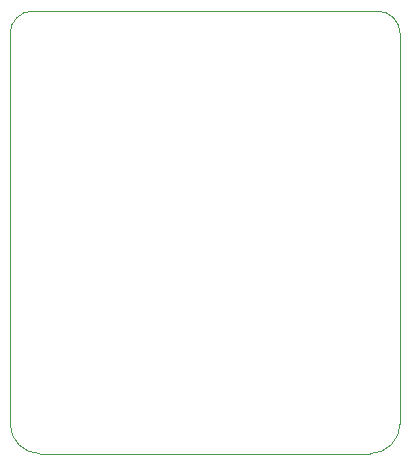
<source format=gbr>
%TF.GenerationSoftware,KiCad,Pcbnew,(5.1.9-0-10_14)*%
%TF.CreationDate,2021-06-18T10:34:29+02:00*%
%TF.ProjectId,RJ45-Terminalblock-Adapter,524a3435-2d54-4657-926d-696e616c626c,rev?*%
%TF.SameCoordinates,Original*%
%TF.FileFunction,Profile,NP*%
%FSLAX46Y46*%
G04 Gerber Fmt 4.6, Leading zero omitted, Abs format (unit mm)*
G04 Created by KiCad (PCBNEW (5.1.9-0-10_14)) date 2021-06-18 10:34:29*
%MOMM*%
%LPD*%
G01*
G04 APERTURE LIST*
%TA.AperFunction,Profile*%
%ADD10C,0.050000*%
%TD*%
G04 APERTURE END LIST*
D10*
X73660000Y-51435000D02*
X73660000Y-18415000D01*
X104140000Y-53975000D02*
X76200000Y-53975000D01*
X106680000Y-18415000D02*
X106680000Y-51435000D01*
X75565000Y-16510000D02*
X104775000Y-16510000D01*
X106680000Y-51435000D02*
G75*
G02*
X104140000Y-53975000I-2540000J0D01*
G01*
X104775000Y-16510000D02*
G75*
G02*
X106680000Y-18415000I0J-1905000D01*
G01*
X73660000Y-18415000D02*
G75*
G02*
X75565000Y-16510000I1905000J0D01*
G01*
X76200000Y-53975000D02*
G75*
G02*
X73660000Y-51435000I0J2540000D01*
G01*
M02*

</source>
